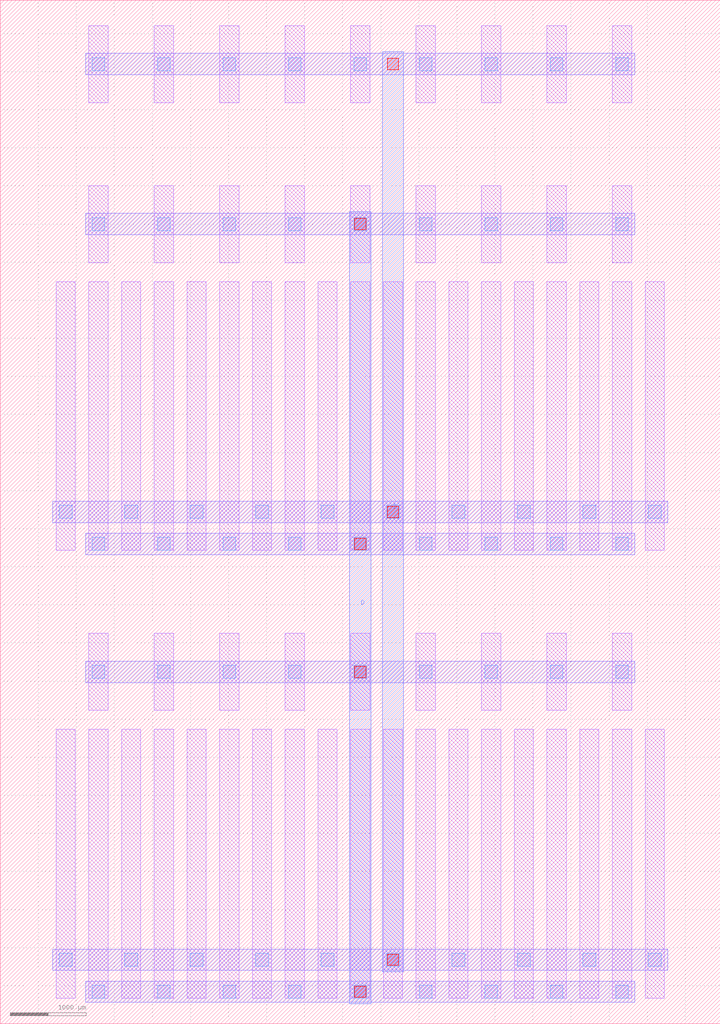
<source format=lef>
MACRO DCL_NMOS_S_78879196_X9_Y2
  UNITS 
    DATABASE MICRONS UNITS 1000;
  END UNITS 
  ORIGIN 0 0 ;
  FOREIGN DCL_NMOS_S_78879196_X9_Y2 0 0 ;
  SIZE 9460 BY 13440 ;
  PIN D
    DIRECTION INOUT ;
    USE SIGNAL ;
    PORT
      LAYER M3 ;
        RECT 4590 260 4870 10660 ;
    END
  END D
  PIN S
    DIRECTION INOUT ;
    USE SIGNAL ;
    PORT
      LAYER M3 ;
        RECT 5020 680 5300 12760 ;
    END
  END S
  OBS
    LAYER M1 ;
      RECT 1165 335 1415 3865 ;
    LAYER M1 ;
      RECT 1165 4115 1415 5125 ;
    LAYER M1 ;
      RECT 1165 6215 1415 9745 ;
    LAYER M1 ;
      RECT 1165 9995 1415 11005 ;
    LAYER M1 ;
      RECT 1165 12095 1415 13105 ;
    LAYER M1 ;
      RECT 735 335 985 3865 ;
    LAYER M1 ;
      RECT 735 6215 985 9745 ;
    LAYER M1 ;
      RECT 1595 335 1845 3865 ;
    LAYER M1 ;
      RECT 1595 6215 1845 9745 ;
    LAYER M1 ;
      RECT 2025 335 2275 3865 ;
    LAYER M1 ;
      RECT 2025 4115 2275 5125 ;
    LAYER M1 ;
      RECT 2025 6215 2275 9745 ;
    LAYER M1 ;
      RECT 2025 9995 2275 11005 ;
    LAYER M1 ;
      RECT 2025 12095 2275 13105 ;
    LAYER M1 ;
      RECT 2455 335 2705 3865 ;
    LAYER M1 ;
      RECT 2455 6215 2705 9745 ;
    LAYER M1 ;
      RECT 2885 335 3135 3865 ;
    LAYER M1 ;
      RECT 2885 4115 3135 5125 ;
    LAYER M1 ;
      RECT 2885 6215 3135 9745 ;
    LAYER M1 ;
      RECT 2885 9995 3135 11005 ;
    LAYER M1 ;
      RECT 2885 12095 3135 13105 ;
    LAYER M1 ;
      RECT 3315 335 3565 3865 ;
    LAYER M1 ;
      RECT 3315 6215 3565 9745 ;
    LAYER M1 ;
      RECT 3745 335 3995 3865 ;
    LAYER M1 ;
      RECT 3745 4115 3995 5125 ;
    LAYER M1 ;
      RECT 3745 6215 3995 9745 ;
    LAYER M1 ;
      RECT 3745 9995 3995 11005 ;
    LAYER M1 ;
      RECT 3745 12095 3995 13105 ;
    LAYER M1 ;
      RECT 4175 335 4425 3865 ;
    LAYER M1 ;
      RECT 4175 6215 4425 9745 ;
    LAYER M1 ;
      RECT 4605 335 4855 3865 ;
    LAYER M1 ;
      RECT 4605 4115 4855 5125 ;
    LAYER M1 ;
      RECT 4605 6215 4855 9745 ;
    LAYER M1 ;
      RECT 4605 9995 4855 11005 ;
    LAYER M1 ;
      RECT 4605 12095 4855 13105 ;
    LAYER M1 ;
      RECT 5035 335 5285 3865 ;
    LAYER M1 ;
      RECT 5035 6215 5285 9745 ;
    LAYER M1 ;
      RECT 5465 335 5715 3865 ;
    LAYER M1 ;
      RECT 5465 4115 5715 5125 ;
    LAYER M1 ;
      RECT 5465 6215 5715 9745 ;
    LAYER M1 ;
      RECT 5465 9995 5715 11005 ;
    LAYER M1 ;
      RECT 5465 12095 5715 13105 ;
    LAYER M1 ;
      RECT 5895 335 6145 3865 ;
    LAYER M1 ;
      RECT 5895 6215 6145 9745 ;
    LAYER M1 ;
      RECT 6325 335 6575 3865 ;
    LAYER M1 ;
      RECT 6325 4115 6575 5125 ;
    LAYER M1 ;
      RECT 6325 6215 6575 9745 ;
    LAYER M1 ;
      RECT 6325 9995 6575 11005 ;
    LAYER M1 ;
      RECT 6325 12095 6575 13105 ;
    LAYER M1 ;
      RECT 6755 335 7005 3865 ;
    LAYER M1 ;
      RECT 6755 6215 7005 9745 ;
    LAYER M1 ;
      RECT 7185 335 7435 3865 ;
    LAYER M1 ;
      RECT 7185 4115 7435 5125 ;
    LAYER M1 ;
      RECT 7185 6215 7435 9745 ;
    LAYER M1 ;
      RECT 7185 9995 7435 11005 ;
    LAYER M1 ;
      RECT 7185 12095 7435 13105 ;
    LAYER M1 ;
      RECT 7615 335 7865 3865 ;
    LAYER M1 ;
      RECT 7615 6215 7865 9745 ;
    LAYER M1 ;
      RECT 8045 335 8295 3865 ;
    LAYER M1 ;
      RECT 8045 4115 8295 5125 ;
    LAYER M1 ;
      RECT 8045 6215 8295 9745 ;
    LAYER M1 ;
      RECT 8045 9995 8295 11005 ;
    LAYER M1 ;
      RECT 8045 12095 8295 13105 ;
    LAYER M1 ;
      RECT 8475 335 8725 3865 ;
    LAYER M1 ;
      RECT 8475 6215 8725 9745 ;
    LAYER M2 ;
      RECT 1120 4480 8340 4760 ;
    LAYER M2 ;
      RECT 1120 280 8340 560 ;
    LAYER M2 ;
      RECT 690 700 8770 980 ;
    LAYER M2 ;
      RECT 1120 10360 8340 10640 ;
    LAYER M2 ;
      RECT 1120 6160 8340 6440 ;
    LAYER M2 ;
      RECT 1120 12460 8340 12740 ;
    LAYER M2 ;
      RECT 690 6580 8770 6860 ;
    LAYER V1 ;
      RECT 1205 335 1375 505 ;
    LAYER V1 ;
      RECT 1205 4535 1375 4705 ;
    LAYER V1 ;
      RECT 1205 6215 1375 6385 ;
    LAYER V1 ;
      RECT 1205 10415 1375 10585 ;
    LAYER V1 ;
      RECT 1205 12515 1375 12685 ;
    LAYER V1 ;
      RECT 2065 335 2235 505 ;
    LAYER V1 ;
      RECT 2065 4535 2235 4705 ;
    LAYER V1 ;
      RECT 2065 6215 2235 6385 ;
    LAYER V1 ;
      RECT 2065 10415 2235 10585 ;
    LAYER V1 ;
      RECT 2065 12515 2235 12685 ;
    LAYER V1 ;
      RECT 2925 335 3095 505 ;
    LAYER V1 ;
      RECT 2925 4535 3095 4705 ;
    LAYER V1 ;
      RECT 2925 6215 3095 6385 ;
    LAYER V1 ;
      RECT 2925 10415 3095 10585 ;
    LAYER V1 ;
      RECT 2925 12515 3095 12685 ;
    LAYER V1 ;
      RECT 3785 335 3955 505 ;
    LAYER V1 ;
      RECT 3785 4535 3955 4705 ;
    LAYER V1 ;
      RECT 3785 6215 3955 6385 ;
    LAYER V1 ;
      RECT 3785 10415 3955 10585 ;
    LAYER V1 ;
      RECT 3785 12515 3955 12685 ;
    LAYER V1 ;
      RECT 4645 335 4815 505 ;
    LAYER V1 ;
      RECT 4645 4535 4815 4705 ;
    LAYER V1 ;
      RECT 4645 6215 4815 6385 ;
    LAYER V1 ;
      RECT 4645 10415 4815 10585 ;
    LAYER V1 ;
      RECT 4645 12515 4815 12685 ;
    LAYER V1 ;
      RECT 5505 335 5675 505 ;
    LAYER V1 ;
      RECT 5505 4535 5675 4705 ;
    LAYER V1 ;
      RECT 5505 6215 5675 6385 ;
    LAYER V1 ;
      RECT 5505 10415 5675 10585 ;
    LAYER V1 ;
      RECT 5505 12515 5675 12685 ;
    LAYER V1 ;
      RECT 6365 335 6535 505 ;
    LAYER V1 ;
      RECT 6365 4535 6535 4705 ;
    LAYER V1 ;
      RECT 6365 6215 6535 6385 ;
    LAYER V1 ;
      RECT 6365 10415 6535 10585 ;
    LAYER V1 ;
      RECT 6365 12515 6535 12685 ;
    LAYER V1 ;
      RECT 7225 335 7395 505 ;
    LAYER V1 ;
      RECT 7225 4535 7395 4705 ;
    LAYER V1 ;
      RECT 7225 6215 7395 6385 ;
    LAYER V1 ;
      RECT 7225 10415 7395 10585 ;
    LAYER V1 ;
      RECT 7225 12515 7395 12685 ;
    LAYER V1 ;
      RECT 8085 335 8255 505 ;
    LAYER V1 ;
      RECT 8085 4535 8255 4705 ;
    LAYER V1 ;
      RECT 8085 6215 8255 6385 ;
    LAYER V1 ;
      RECT 8085 10415 8255 10585 ;
    LAYER V1 ;
      RECT 8085 12515 8255 12685 ;
    LAYER V1 ;
      RECT 775 755 945 925 ;
    LAYER V1 ;
      RECT 775 6635 945 6805 ;
    LAYER V1 ;
      RECT 1635 755 1805 925 ;
    LAYER V1 ;
      RECT 1635 6635 1805 6805 ;
    LAYER V1 ;
      RECT 2495 755 2665 925 ;
    LAYER V1 ;
      RECT 2495 6635 2665 6805 ;
    LAYER V1 ;
      RECT 3355 755 3525 925 ;
    LAYER V1 ;
      RECT 3355 6635 3525 6805 ;
    LAYER V1 ;
      RECT 4215 755 4385 925 ;
    LAYER V1 ;
      RECT 4215 6635 4385 6805 ;
    LAYER V1 ;
      RECT 5075 755 5245 925 ;
    LAYER V1 ;
      RECT 5075 6635 5245 6805 ;
    LAYER V1 ;
      RECT 5935 755 6105 925 ;
    LAYER V1 ;
      RECT 5935 6635 6105 6805 ;
    LAYER V1 ;
      RECT 6795 755 6965 925 ;
    LAYER V1 ;
      RECT 6795 6635 6965 6805 ;
    LAYER V1 ;
      RECT 7655 755 7825 925 ;
    LAYER V1 ;
      RECT 7655 6635 7825 6805 ;
    LAYER V1 ;
      RECT 8515 755 8685 925 ;
    LAYER V1 ;
      RECT 8515 6635 8685 6805 ;
    LAYER V2 ;
      RECT 4655 345 4805 495 ;
    LAYER V2 ;
      RECT 4655 4545 4805 4695 ;
    LAYER V2 ;
      RECT 4655 6225 4805 6375 ;
    LAYER V2 ;
      RECT 4655 10425 4805 10575 ;
    LAYER V2 ;
      RECT 5085 765 5235 915 ;
    LAYER V2 ;
      RECT 5085 6645 5235 6795 ;
    LAYER V2 ;
      RECT 5085 12525 5235 12675 ;
  END
END DCL_NMOS_S_78879196_X9_Y2

</source>
